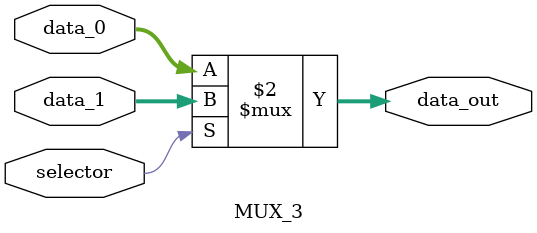
<source format=sv>
module MUX_3 (
    input logic [2:0] data_0, 
                      data_1, 
    input logic selector, 
    output logic [2:0] data_out
);

always_comb begin
    data_out = (selector) ? data_1 : data_0;  
end

endmodule 
</source>
